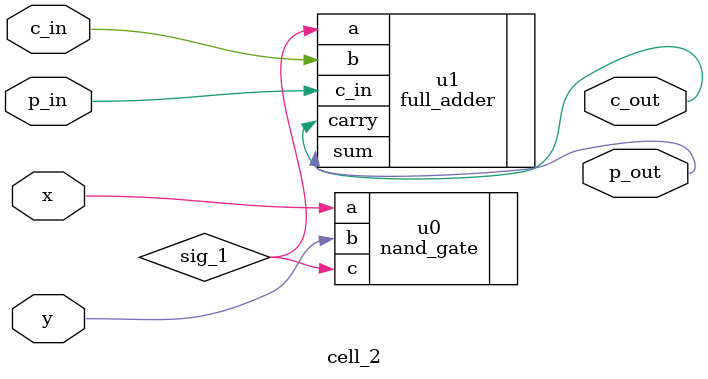
<source format=v>

module cell_2  (
input wire x,y,c_in,p_in,
output p_out,c_out 
);

wire sig_1;

nand_gate u0 (
.a(x),
.b(y),
.c(sig_1)
);

full_adder u1 (
.a(sig_1),
.b(c_in),
.c_in(p_in),
.sum(p_out),
.carry(c_out)
);

endmodule

</source>
